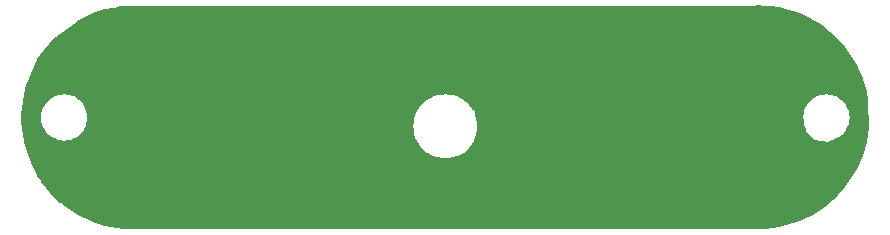
<source format=gtl>
G04 #@! TF.GenerationSoftware,KiCad,Pcbnew,7.0.11+1*
G04 #@! TF.CreationDate,2024-05-06T20:44:09-04:00*
G04 #@! TF.ProjectId,frontpanel,66726f6e-7470-4616-9e65-6c2e6b696361,rev?*
G04 #@! TF.SameCoordinates,Original*
G04 #@! TF.FileFunction,Copper,L1,Top*
G04 #@! TF.FilePolarity,Positive*
%FSLAX46Y46*%
G04 Gerber Fmt 4.6, Leading zero omitted, Abs format (unit mm)*
G04 Created by KiCad (PCBNEW 7.0.11+1) date 2024-05-06 20:44:09*
%MOMM*%
%LPD*%
G01*
G04 APERTURE LIST*
G04 APERTURE END LIST*
G04 #@! TA.AperFunction,NonConductor*
G36*
X177045992Y-80944836D02*
G01*
X177054041Y-80945352D01*
X177650553Y-81002898D01*
X177658559Y-81003930D01*
X178250145Y-81099573D01*
X178258069Y-81101116D01*
X178842326Y-81234469D01*
X178850121Y-81236514D01*
X179121354Y-81317014D01*
X179424615Y-81407020D01*
X179432280Y-81409564D01*
X179994682Y-81616534D01*
X180002150Y-81619557D01*
X180550154Y-81862142D01*
X180557410Y-81865637D01*
X180857083Y-82021977D01*
X181088718Y-82142821D01*
X181095755Y-82146784D01*
X181133543Y-82169691D01*
X181608216Y-82457440D01*
X181614965Y-82461833D01*
X182106484Y-82804695D01*
X182112957Y-82809526D01*
X182581484Y-83183163D01*
X182587634Y-83188399D01*
X183031253Y-83591283D01*
X183037055Y-83596902D01*
X183453952Y-84027382D01*
X183459382Y-84033361D01*
X183847843Y-84489669D01*
X183852879Y-84495984D01*
X184211307Y-84976245D01*
X184215928Y-84982870D01*
X184542846Y-85485104D01*
X184547033Y-85492011D01*
X184841101Y-86014159D01*
X184844837Y-86021320D01*
X185104849Y-86561241D01*
X185108118Y-86568626D01*
X185333000Y-87124087D01*
X185335790Y-87131667D01*
X185524627Y-87700413D01*
X185526925Y-87708157D01*
X185678930Y-88287819D01*
X185680727Y-88295693D01*
X185795279Y-88883891D01*
X185796569Y-88891865D01*
X185816210Y-89044206D01*
X185817211Y-89057455D01*
X185868980Y-91335303D01*
X185867979Y-91354278D01*
X185796569Y-91908134D01*
X185795279Y-91916108D01*
X185680727Y-92504306D01*
X185678930Y-92512180D01*
X185526925Y-93091842D01*
X185524627Y-93099586D01*
X185335790Y-93668332D01*
X185333000Y-93675912D01*
X185108118Y-94231373D01*
X185104849Y-94238758D01*
X184844837Y-94778679D01*
X184841101Y-94785840D01*
X184547033Y-95307988D01*
X184542846Y-95314895D01*
X184215928Y-95817129D01*
X184211307Y-95823754D01*
X183852879Y-96304015D01*
X183847843Y-96310330D01*
X183459382Y-96766638D01*
X183453952Y-96772617D01*
X183037055Y-97203097D01*
X183031253Y-97208716D01*
X182587634Y-97611600D01*
X182581484Y-97616836D01*
X182112957Y-97990473D01*
X182106484Y-97995304D01*
X181614975Y-98338160D01*
X181608205Y-98342566D01*
X181095755Y-98653215D01*
X181088718Y-98657178D01*
X180557420Y-98934357D01*
X180550143Y-98937862D01*
X180002159Y-99180438D01*
X179994672Y-99183469D01*
X179432281Y-99390434D01*
X179424615Y-99392979D01*
X178850129Y-99563483D01*
X178842317Y-99565532D01*
X178258071Y-99698882D01*
X178250143Y-99700426D01*
X177658562Y-99796068D01*
X177650551Y-99797101D01*
X177054046Y-99854646D01*
X177045985Y-99855163D01*
X176464663Y-99873804D01*
X176457086Y-99873545D01*
X176443713Y-99874300D01*
X176436614Y-99874500D01*
X176411976Y-99874500D01*
X176396677Y-99876954D01*
X176000703Y-99899300D01*
X175993604Y-99899500D01*
X123559011Y-99899500D01*
X123554974Y-99899435D01*
X123529635Y-99898622D01*
X122954013Y-99880163D01*
X122945953Y-99879646D01*
X122725739Y-99858402D01*
X122723924Y-99858213D01*
X122238664Y-99804295D01*
X122232469Y-99803451D01*
X121749859Y-99725427D01*
X121741930Y-99723883D01*
X121157682Y-99590532D01*
X121149870Y-99588483D01*
X120575384Y-99417979D01*
X120567718Y-99415434D01*
X120005327Y-99208469D01*
X119997840Y-99205438D01*
X119449856Y-98962862D01*
X119442579Y-98959357D01*
X118911281Y-98682178D01*
X118904244Y-98678215D01*
X118391794Y-98367566D01*
X118385024Y-98363160D01*
X117893515Y-98020304D01*
X117887042Y-98015473D01*
X117418515Y-97641836D01*
X117412365Y-97636600D01*
X116968746Y-97233716D01*
X116962944Y-97228097D01*
X116546047Y-96797617D01*
X116540617Y-96791638D01*
X116171549Y-96358110D01*
X116152146Y-96335318D01*
X116147130Y-96329028D01*
X115788687Y-95848746D01*
X115784071Y-95842129D01*
X115457147Y-95339886D01*
X115452966Y-95332988D01*
X115449966Y-95327662D01*
X115158898Y-94810840D01*
X115155169Y-94803693D01*
X115002134Y-94485913D01*
X114997371Y-94474650D01*
X114741286Y-93776236D01*
X114408758Y-92869341D01*
X114405184Y-92857946D01*
X114321068Y-92537179D01*
X114319272Y-92529306D01*
X114300374Y-92432268D01*
X114204716Y-91941085D01*
X114203433Y-91933156D01*
X114126794Y-91338750D01*
X114126022Y-91330749D01*
X114087627Y-90732707D01*
X114087368Y-90724634D01*
X114087368Y-90425000D01*
X115779518Y-90425000D01*
X115799421Y-90703290D01*
X115858728Y-90975921D01*
X115956231Y-91237336D01*
X115956232Y-91237340D01*
X116089942Y-91482210D01*
X116089944Y-91482213D01*
X116189318Y-91614962D01*
X116257146Y-91705569D01*
X116257154Y-91705578D01*
X116454421Y-91902845D01*
X116454430Y-91902853D01*
X116454432Y-91902855D01*
X116677787Y-92070056D01*
X116922663Y-92203769D01*
X117184077Y-92301271D01*
X117456706Y-92360578D01*
X117735000Y-92380482D01*
X118013294Y-92360578D01*
X118285923Y-92301271D01*
X118547337Y-92203769D01*
X118792213Y-92070056D01*
X119015568Y-91902855D01*
X119212855Y-91705568D01*
X119380056Y-91482213D01*
X119513769Y-91237337D01*
X119537019Y-91175001D01*
X147294564Y-91175001D01*
X147314289Y-91501101D01*
X147314290Y-91501104D01*
X147373178Y-91822453D01*
X147470374Y-92134365D01*
X147604449Y-92432268D01*
X147604455Y-92432279D01*
X147773467Y-92711860D01*
X147887909Y-92857934D01*
X147974952Y-92969036D01*
X148079994Y-93074078D01*
X148097740Y-93096385D01*
X148099741Y-93099586D01*
X148100000Y-93100000D01*
X148103045Y-93102869D01*
X148125844Y-93119928D01*
X148205957Y-93200041D01*
X148205964Y-93200048D01*
X148463139Y-93401532D01*
X148521174Y-93436615D01*
X148742721Y-93570545D01*
X148742725Y-93570547D01*
X148742731Y-93570550D01*
X149040634Y-93704625D01*
X149040635Y-93704625D01*
X149040639Y-93704627D01*
X149223563Y-93761628D01*
X149352546Y-93801821D01*
X149411435Y-93812612D01*
X149673896Y-93860710D01*
X149891298Y-93873860D01*
X149999999Y-93880436D01*
X150000000Y-93880436D01*
X150000001Y-93880436D01*
X150081526Y-93875504D01*
X150326104Y-93860710D01*
X150647453Y-93801821D01*
X150959361Y-93704627D01*
X151257279Y-93570545D01*
X151536863Y-93401530D01*
X151794036Y-93200048D01*
X152025048Y-92969036D01*
X152226530Y-92711863D01*
X152395545Y-92432279D01*
X152529627Y-92134361D01*
X152626821Y-91822453D01*
X152685710Y-91501104D01*
X152705436Y-91175000D01*
X152685710Y-90848896D01*
X152626821Y-90527547D01*
X152594866Y-90425000D01*
X180309518Y-90425000D01*
X180329421Y-90703290D01*
X180388728Y-90975921D01*
X180486235Y-91237348D01*
X180488102Y-91241436D01*
X180486573Y-91242133D01*
X180500000Y-91294713D01*
X180500000Y-91600000D01*
X181300000Y-92300000D01*
X182400000Y-92500000D01*
X182769117Y-92315441D01*
X182798672Y-92305023D01*
X182815923Y-92301271D01*
X183077337Y-92203769D01*
X183322213Y-92070056D01*
X183545568Y-91902855D01*
X183742855Y-91705568D01*
X183910056Y-91482213D01*
X184043769Y-91237337D01*
X184141271Y-90975923D01*
X184200578Y-90703294D01*
X184220482Y-90425000D01*
X184200578Y-90146706D01*
X184141271Y-89874077D01*
X184043769Y-89612663D01*
X183910056Y-89367787D01*
X183742855Y-89144432D01*
X183742853Y-89144430D01*
X183742845Y-89144421D01*
X183545578Y-88947154D01*
X183545569Y-88947146D01*
X183500469Y-88913385D01*
X183322213Y-88779944D01*
X183322211Y-88779943D01*
X183322210Y-88779942D01*
X183077340Y-88646232D01*
X183077337Y-88646231D01*
X182921834Y-88588231D01*
X182815921Y-88548728D01*
X182543290Y-88489421D01*
X182265000Y-88469518D01*
X181986709Y-88489421D01*
X181714078Y-88548728D01*
X181452663Y-88646231D01*
X181452659Y-88646232D01*
X181207789Y-88779942D01*
X180984430Y-88947146D01*
X180984421Y-88947154D01*
X180787154Y-89144421D01*
X180787146Y-89144430D01*
X180619942Y-89367789D01*
X180486232Y-89612659D01*
X180486231Y-89612663D01*
X180388728Y-89874078D01*
X180329421Y-90146709D01*
X180309518Y-90425000D01*
X152594866Y-90425000D01*
X152549376Y-90279017D01*
X152544645Y-90257163D01*
X152500000Y-89900000D01*
X152499999Y-89899999D01*
X152499999Y-89899998D01*
X152318457Y-89770326D01*
X152283866Y-89732982D01*
X152226530Y-89638137D01*
X152208414Y-89615013D01*
X152025053Y-89380969D01*
X152025041Y-89380956D01*
X151794043Y-89149958D01*
X151794037Y-89149953D01*
X151786987Y-89144430D01*
X151659061Y-89044206D01*
X151536860Y-88948467D01*
X151257279Y-88779455D01*
X151257268Y-88779449D01*
X150959365Y-88645374D01*
X150647453Y-88548178D01*
X150326104Y-88489290D01*
X150326101Y-88489289D01*
X150000001Y-88469564D01*
X149999999Y-88469564D01*
X149673898Y-88489289D01*
X149673895Y-88489290D01*
X149352546Y-88548178D01*
X149040634Y-88645374D01*
X148742731Y-88779449D01*
X148742720Y-88779455D01*
X148463139Y-88948467D01*
X148205962Y-89149953D01*
X148205956Y-89149958D01*
X147974958Y-89380956D01*
X147974953Y-89380962D01*
X147773467Y-89638139D01*
X147604455Y-89917720D01*
X147604449Y-89917731D01*
X147470374Y-90215634D01*
X147373178Y-90527546D01*
X147314290Y-90848895D01*
X147314289Y-90848898D01*
X147294564Y-91174998D01*
X147294564Y-91175001D01*
X119537019Y-91175001D01*
X119611271Y-90975923D01*
X119670578Y-90703294D01*
X119690482Y-90425000D01*
X119670578Y-90146706D01*
X119611271Y-89874077D01*
X119513769Y-89612663D01*
X119507680Y-89601511D01*
X119380058Y-89367790D01*
X119338049Y-89311672D01*
X119316680Y-89266722D01*
X119300000Y-89200000D01*
X119227962Y-89154976D01*
X119205647Y-89137223D01*
X119015578Y-88947154D01*
X119015569Y-88947146D01*
X118970469Y-88913385D01*
X118792213Y-88779944D01*
X118792211Y-88779943D01*
X118792210Y-88779942D01*
X118547340Y-88646232D01*
X118547337Y-88646231D01*
X118391834Y-88588231D01*
X118285921Y-88548728D01*
X118013290Y-88489421D01*
X117735000Y-88469518D01*
X117456709Y-88489421D01*
X117184078Y-88548728D01*
X116922663Y-88646231D01*
X116922659Y-88646232D01*
X116677789Y-88779942D01*
X116454430Y-88947146D01*
X116454421Y-88947154D01*
X116257154Y-89144421D01*
X116257146Y-89144430D01*
X116089942Y-89367789D01*
X115956232Y-89612659D01*
X115956231Y-89612663D01*
X115858728Y-89874078D01*
X115799421Y-90146709D01*
X115779518Y-90425000D01*
X114087368Y-90425000D01*
X114087368Y-90125365D01*
X114087627Y-90117292D01*
X114088998Y-90095935D01*
X114119875Y-89615000D01*
X114121476Y-89601511D01*
X114392991Y-88040298D01*
X114395235Y-88029991D01*
X114407022Y-87985042D01*
X114411898Y-87970253D01*
X115243593Y-85891015D01*
X115250774Y-85876024D01*
X115452991Y-85516967D01*
X115457135Y-85510132D01*
X115700249Y-85136644D01*
X115708537Y-85125346D01*
X116790409Y-83811645D01*
X116812067Y-83790949D01*
X118791795Y-82306153D01*
X118809091Y-82295256D01*
X120190735Y-81574398D01*
X120205465Y-81567877D01*
X120567728Y-81434561D01*
X120575374Y-81432023D01*
X121149886Y-81261511D01*
X121157665Y-81259471D01*
X121741936Y-81126115D01*
X121749848Y-81124574D01*
X122341444Y-81028930D01*
X122349442Y-81027898D01*
X122945960Y-80970352D01*
X122954007Y-80969836D01*
X123554973Y-80950564D01*
X123559011Y-80950500D01*
X123583929Y-80950500D01*
X175976127Y-80950500D01*
X175988800Y-80951139D01*
X175989770Y-80951237D01*
X175989770Y-80951236D01*
X175989771Y-80951237D01*
X175999287Y-80950700D01*
X176006387Y-80950500D01*
X176015912Y-80950500D01*
X176015917Y-80950500D01*
X176015921Y-80950498D01*
X176016864Y-80950349D01*
X176029482Y-80948995D01*
X176439268Y-80925870D01*
X176450368Y-80925736D01*
X177045992Y-80944836D01*
G37*
G04 #@! TD.AperFunction*
M02*

</source>
